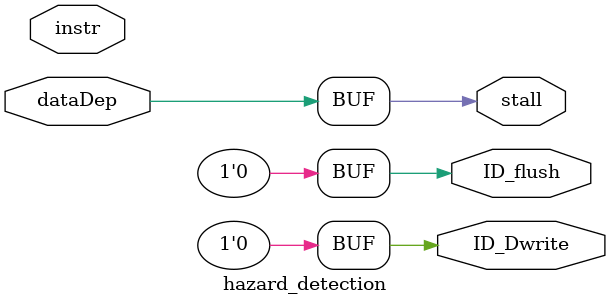
<source format=sv>
module hazard_detection(instr, stall, dataDep, ID_Dwrite, ID_flush);

input dataDep;
input [15:0] instr; // obtained from ID stage

output reg stall;
output ID_Dwrite; // inverse of stall?
output ID_flush;

assign stall = dataDep;
assign ID_Dwrite = 0;
assign ID_flush = 0;


endmodule
</source>
